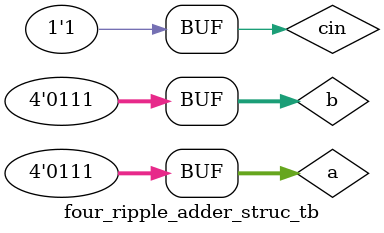
<source format=v>
module four_ripple_adder_struc_tb();

reg [3:0] a, b;
reg cin;

wire [3:0] sum;
wire cout;

initial
$monitor("a = %b, b = %b, cin = %b, cout = %b, sum = %b", a,b,cin,cout,sum);


initial 
begin 

	a = 4'b0000;
	b = 4'b0000;
	cin = 1'b0;

	#10;

	a = 4'b0001;
	b = 4'b0010;
	cin = 1'b0;

	#10;

	a = 4'b0100;
	b = 4'b0010;
	cin = 1'b0;

	#10;

	a = 4'b1010;
	b = 4'b0101;
	cin = 1'b0;

	#10;

	a = 4'b1111;
	b = 4'b0000;
	cin = 1'b0;

	#10;

	a = 4'b0000;
	b = 4'b1111;
	cin = 1'b0;

	#10;

	a = 4'b0110;
	b = 4'b0010;
	cin = 1'b0;

	#10;

	a = 4'b1110;
	b = 4'b0110;
	cin = 1'b1;

	#10;

	a = 4'b0111;
	b = 4'b0111;
	cin = 1'b1;

	#10;

end


four_ripple_adder_struc inst1(
.a(a),
.b(b),
.cin(cin),
.sum(sum),
.cout(cout)
);



endmodule

</source>
